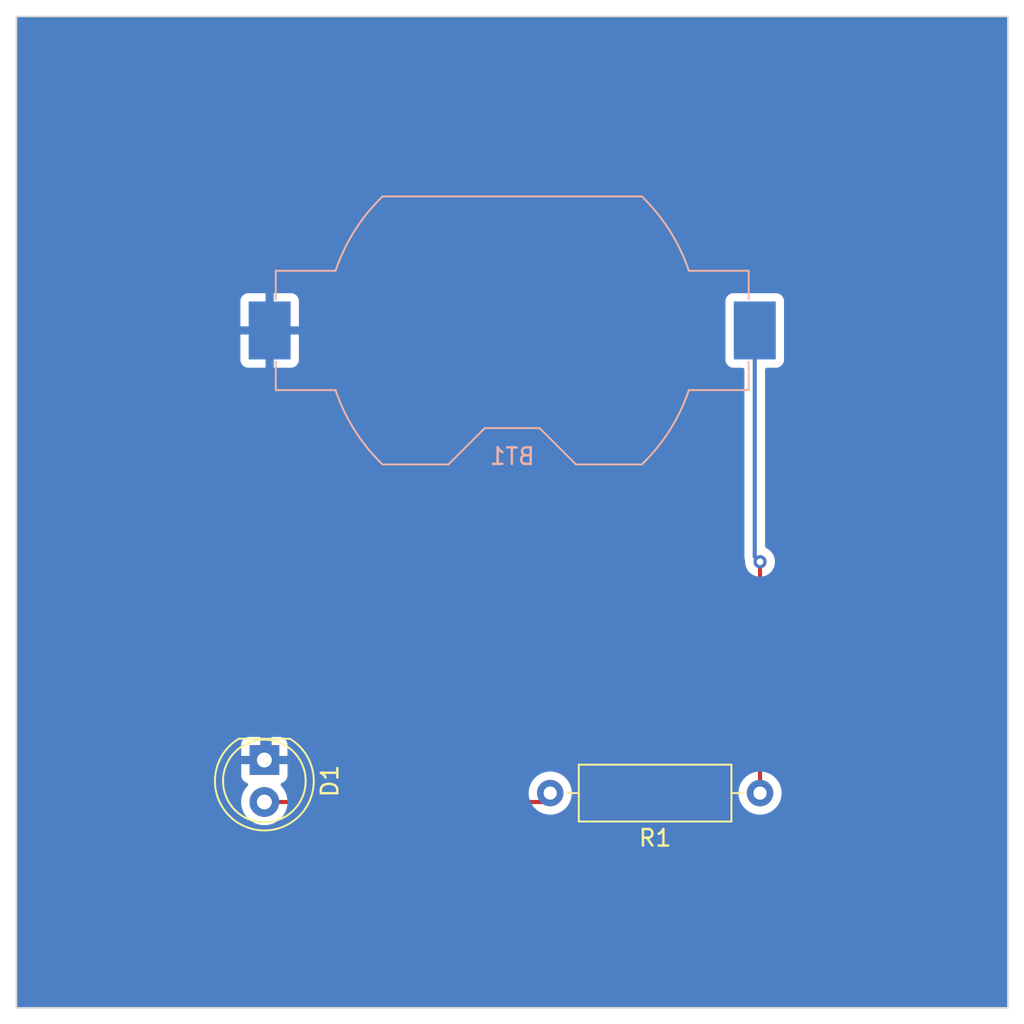
<source format=kicad_pcb>
(kicad_pcb (version 20221018) (generator pcbnew)
  (title_block (title "Getting Started in KiCad 7.0") (date "2023-09-10") (rev "0"))
  (layers (0 "F.Cu" signal) (31 "B.Cu" signal) (34 "B.Paste" user) (35 "F.Paste" user) (36 "B.SilkS" user "B.Silkscreen") (37 "F.SilkS" user "F.Silkscreen") (38 "B.Mask" user) (39 "F.Mask" user) (44 "Edge.Cuts" user))
  (net 0 "")
  (net 1 "VCC")
  (net 2 "GND")
  (net 3 "/LED")
  (footprint "LED_THT:LED_D5.0mm" (layer "F.Cu") (at 45 85 -90)
    (fp_text reference "D1" (at 1.27 -3.96 90) (layer "F.SilkS"))
    (fp_text value "LED")
    (fp_line (start -1.29 -1.545) (end -1.29 1.545) (stroke (width 0.12)) (layer "F.SilkS"))
    (fp_arc (start -1.29 -1.54483) (mid 2.072002 -2.880433) (end 4.26 0.000462) (stroke (width 0.12)) (layer "F.SilkS"))
    (fp_arc (start 4.26 -0.000462) (mid 2.072002 2.880433) (end -1.29 1.54483) (stroke (width 0.12)) (layer "F.SilkS"))
    (fp_circle (center 1.27 0) (end 3.77 0) (stroke (width 0.12)) (fill none) (layer "F.SilkS"))
    (pad "1" thru_hole rect (at 0 0 270) (size 1.8 1.8) (drill 0.9) (layers "*.Cu" "*.Mask") (net 2 "GND"))
    (pad "2" thru_hole circle (at 2.54 0 270) (size 1.8 1.8) (drill 0.9) (layers "*.Cu" "*.Mask") (net 3 "/LED"))
  )
  (footprint "Resistor_THT:R_Axial_DIN0309_L9.0mm_D3.2mm_P12.70mm_Horizontal" (layer "F.Cu") (at 75 87 180)
    (fp_text reference "R1" (at 6.35 -2.72) (layer "F.SilkS"))
    (fp_text value "R_US")
    (fp_line (start 1.04 0) (end 1.73 0) (stroke (width 0.12)) (layer "F.SilkS"))
    (fp_line (start 1.73 -1.72) (end 1.73 1.72) (stroke (width 0.12)) (layer "F.SilkS"))
    (fp_line (start 1.73 1.72) (end 10.97 1.72) (stroke (width 0.12)) (layer "F.SilkS"))
    (fp_line (start 10.97 -1.72) (end 1.73 -1.72) (stroke (width 0.12)) (layer "F.SilkS"))
    (fp_line (start 10.97 1.72) (end 10.97 -1.72) (stroke (width 0.12)) (layer "F.SilkS"))
    (fp_line (start 11.66 0) (end 10.97 0) (stroke (width 0.12)) (layer "F.SilkS"))
    (pad "1" thru_hole circle (at 0 0 180) (size 1.6 1.6) (drill 0.8) (layers "*.Cu" "*.Mask") (net 1 "VCC"))
    (pad "2" thru_hole oval (at 12.7 0 180) (size 1.6 1.6) (drill 0.8) (layers "*.Cu" "*.Mask") (net 3 "/LED"))
  )
  (footprint "Battery:BatteryHolder_Keystone_1058_1x2032" (layer "B.Cu") (at 60 59 180)
    (fp_text reference "BT1" (at 0 -7.62) (layer "B.SilkS") (effects (justify mirror)))
    (fp_text value "Battery_Cell")
    (fp_line (start -14.31 -1.9) (end -14.31 -3.61) (stroke (width 0.12)) (layer "B.SilkS"))
    (fp_line (start -14.31 1.9) (end -14.31 3.61) (stroke (width 0.12)) (layer "B.SilkS"))
    (fp_line (start -14.31 3.61) (end -10.692 3.61) (stroke (width 0.12)) (layer "B.SilkS"))
    (fp_line (start -10.692 -3.61) (end -14.31 -3.61) (stroke (width 0.12)) (layer "B.SilkS"))
    (fp_line (start -7.8473 8.11) (end 7.8473 8.11) (stroke (width 0.12)) (layer "B.SilkS"))
    (fp_line (start -3.86 -8.11) (end -7.8473 -8.11) (stroke (width 0.12)) (layer "B.SilkS"))
    (fp_line (start -1.66 -5.91) (end -3.86 -8.11) (stroke (width 0.12)) (layer "B.SilkS"))
    (fp_line (start 1.66 -5.91) (end -1.66 -5.91) (stroke (width 0.12)) (layer "B.SilkS"))
    (fp_line (start 1.66 -5.91) (end 3.86 -8.11) (stroke (width 0.12)) (layer "B.SilkS"))
    (fp_line (start 7.8473 -8.11) (end 3.86 -8.11) (stroke (width 0.12)) (layer "B.SilkS"))
    (fp_line (start 10.692 3.61) (end 14.31 3.61) (stroke (width 0.12)) (layer "B.SilkS"))
    (fp_line (start 14.31 -3.61) (end 10.692 -3.61) (stroke (width 0.12)) (layer "B.SilkS"))
    (fp_line (start 14.31 -1.9) (end 14.31 -3.61) (stroke (width 0.12)) (layer "B.SilkS"))
    (fp_line (start 14.31 1.9) (end 14.31 3.61) (stroke (width 0.12)) (layer "B.SilkS"))
    (fp_arc (start -10.692 -3.61) (mid -9.538085 -6.031245) (end -7.845371 -8.111789) (stroke (width 0.12)) (layer "B.SilkS"))
    (fp_arc (start -7.845371 8.111789) (mid -9.538084 6.031244) (end -10.692 3.61) (stroke (width 0.12)) (layer "B.SilkS"))
    (fp_arc (start 7.845371 -8.111789) (mid 9.538084 -6.031244) (end 10.692 -3.61) (stroke (width 0.12)) (layer "B.SilkS"))
    (fp_arc (start 10.692 3.61) (mid 9.538084 6.031244) (end 7.845371 8.111789) (stroke (width 0.12)) (layer "B.SilkS"))
    (pad "1" smd rect (at -14.68 0 180) (size 2.54 3.51) (layers "B.Cu" "B.Paste" "B.Mask") (net 1 "VCC"))
    (pad "2" smd rect (at 14.68 0 180) (size 2.54 3.51) (layers "B.Cu" "B.Paste" "B.Mask") (net 2 "GND"))
  )
  (gr_rect (start 30 40) (end 90 100) (stroke (width 0.1)) (fill none) (layer "Edge.Cuts"))
  (segment (start 75 73) (end 75 87) (width 0.25) (layer "F.Cu") (net 1))
  (via (at 75 73) (size 0.8) (drill 0.4) (layers "F.Cu" "B.Cu") (net 1))
  (segment (start 74.68 59) (end 74.68 72.68) (width 0.25) (layer "B.Cu") (net 1))
  (segment (start 74.68 72.68) (end 75 73) (width 0.25) (layer "B.Cu") (net 1))
  (segment (start 45.32 59) (end 45.32 84.68) (width 0.25) (layer "B.Cu") (net 2))
  (segment (start 45.32 84.68) (end 45 85) (width 0.25) (layer "B.Cu") (net 2))
  (segment (start 61.76 87.54) (end 62.3 87) (width 0.25) (layer "F.Cu") (net 3))
  (segment (start 45 87.54) (end 61.76 87.54) (width 0.25) (layer "F.Cu") (net 3))
  (zone (net 2) (net_name "GND") (layer "B.Cu") (connect_pads (clearance 0.5)) (min_thickness 0.25) (fill yes (thermal_gap 0.5) (thermal_bridge_width 0.5))
    (polygon (pts (xy 91 39) (xy 29 39) (xy 29 101) (xy 91 101)))
  )
)
</source>
